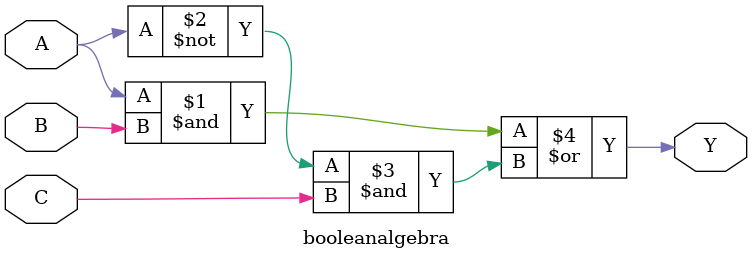
<source format=v>
module booleanalgebra(
    input A, B, C,
    output Y
);
    assign Y = (A & B) | (~A & C);
endmodule

</source>
